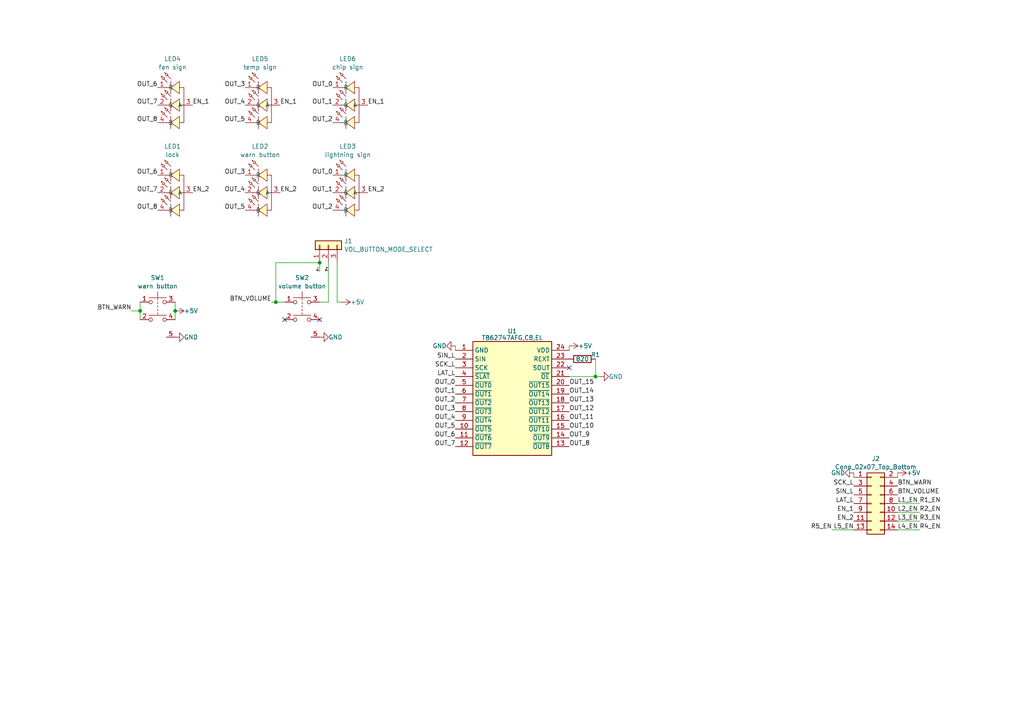
<source format=kicad_sch>
(kicad_sch (version 20230121) (generator eeschema)
  (paper "A4")
  (lib_symbols
    (symbol "C965848:XL-2012RGBC"
      (property "Reference" "LED" (at 0 10.16 0))
      (property "Value" "XL-2012RGBC" (at 0 -10.16 0))
      (symbol "XL-2012RGBC_0_1"
        (polyline (pts (xy -1.27 -5.08) (xy -2.54 -5.08)))
        (polyline (pts (xy -1.27 -3.3) (xy -1.27 -6.86)))
        (polyline (pts (xy -1.27 0) (xy -2.54 0)))
        (polyline (pts (xy -1.27 1.78) (xy -1.27 -1.78)))
        (polyline (pts (xy -1.27 5.08) (xy -2.54 5.08)))
        (polyline (pts (xy -1.27 6.86) (xy -1.27 3.3)))
        (polyline (pts (xy 2.54 -5.08) (xy 1.27 -5.08)))
        (polyline (pts (xy 2.54 0) (xy 1.27 0)))
        (polyline (pts (xy 2.54 5.08) (xy 1.27 5.08)))
        (polyline (pts (xy 2.54 5.08) (xy 2.54 -5.08)))
        (polyline (pts (xy -2.29 -3.56) (xy -3.3 -2.54) (xy -2.29 -3.56)) (fill (type background)))
        (polyline (pts (xy -2.29 1.52) (xy -3.3 2.54) (xy -2.29 1.52)) (fill (type background)))
        (polyline (pts (xy -2.29 6.6) (xy -3.3 7.62) (xy -2.29 6.6)) (fill (type background)))
        (polyline (pts (xy -1.27 -2.54) (xy -2.29 -1.52) (xy -1.27 -2.54)) (fill (type background)))
        (polyline (pts (xy -1.27 2.54) (xy -2.29 3.56) (xy -1.27 2.54)) (fill (type background)))
        (polyline (pts (xy -1.27 7.62) (xy -2.29 8.64) (xy -1.27 7.62)) (fill (type background)))
        (polyline (pts (xy -4.06 -1.78) (xy -3.05 -2.29) (xy -3.56 -2.79) (xy -4.06 -1.78)) (fill (type background)))
        (polyline (pts (xy -4.06 3.3) (xy -3.05 2.79) (xy -3.56 2.29) (xy -4.06 3.3)) (fill (type background)))
        (polyline (pts (xy -4.06 8.38) (xy -3.05 7.87) (xy -3.56 7.37) (xy -4.06 8.38)) (fill (type background)))
        (polyline (pts (xy -3.05 -0.76) (xy -2.03 -1.27) (xy -2.54 -1.78) (xy -3.05 -0.76)) (fill (type background)))
        (polyline (pts (xy -3.05 4.32) (xy -2.03 3.81) (xy -2.54 3.3) (xy -3.05 4.32)) (fill (type background)))
        (polyline (pts (xy -3.05 9.4) (xy -2.03 8.89) (xy -2.54 8.38) (xy -3.05 9.4)) (fill (type background)))
        (polyline (pts (xy 1.27 -3.3) (xy -1.27 -5.08) (xy 1.27 -6.86) (xy 1.27 -3.3)) (fill (type background)))
        (polyline (pts (xy 1.27 1.78) (xy -1.27 0) (xy 1.27 -1.78) (xy 1.27 1.78)) (fill (type background)))
        (polyline (pts (xy 1.27 6.86) (xy -1.27 5.08) (xy 1.27 3.3) (xy 1.27 6.86)) (fill (type background)))
      )
      (symbol "XL-2012RGBC_1_1"
        (pin power_out line (at -5.08 5.08 0) (length 2.54) (name "R") (number "1"))
        (pin power_out line (at -5.08 0 0) (length 2.54) (name "G") (number "2"))
        (pin power_in line (at 5.08 0 180) (length 2.54) (name "A") (number "3"))
        (pin power_out line (at -5.08 -5.08 0) (length 2.54) (name "B") (number "4"))
      )
    )
    (symbol "Connector_Generic:Conn_01x03" (pin_names (offset 1.016) hide)
      (property "Reference" "J" (at 0 5.08 0))
      (property "Value" "Conn_01x03" (at 0 -5.08 0))
      (symbol "Conn_01x03_1_1"
        (rectangle (start -1.27 -2.413) (end 0 -2.667) (stroke (width 0.1524)))
        (rectangle (start -1.27 0.127) (end 0 -0.127) (stroke (width 0.1524)))
        (rectangle (start -1.27 2.667) (end 0 2.413) (stroke (width 0.1524)))
        (rectangle (start -1.27 3.81) (end 1.27 -3.81) (stroke (width 0.254)) (fill (type background)))
        (pin passive line (at -5.08 2.54 0) (length 3.81) (name "Pin_1") (number "1"))
        (pin passive line (at -5.08 0 0) (length 3.81) (name "Pin_2") (number "2"))
        (pin passive line (at -5.08 -2.54 0) (length 3.81) (name "Pin_3") (number "3"))
      )
    )
    (symbol "Connector_Generic:Conn_02x07_Odd_Even" (pin_names (offset 1.016) hide)
      (property "Reference" "J" (at 1.27 10.16 0))
      (property "Value" "Conn_02x07_Odd_Even" (at 1.27 -10.16 0))
      (symbol "Conn_02x07_Odd_Even_1_1"
        (rectangle (start -1.27 -7.493) (end 0 -7.747) (stroke (width 0.1524)))
        (rectangle (start -1.27 -4.953) (end 0 -5.207) (stroke (width 0.1524)))
        (rectangle (start -1.27 -2.413) (end 0 -2.667) (stroke (width 0.1524)))
        (rectangle (start -1.27 0.127) (end 0 -0.127) (stroke (width 0.1524)))
        (rectangle (start -1.27 2.667) (end 0 2.413) (stroke (width 0.1524)))
        (rectangle (start -1.27 5.207) (end 0 4.953) (stroke (width 0.1524)))
        (rectangle (start -1.27 7.747) (end 0 7.493) (stroke (width 0.1524)))
        (rectangle (start -1.27 8.89) (end 3.81 -8.89) (stroke (width 0.254)) (fill (type background)))
        (rectangle (start 3.81 -7.493) (end 2.54 -7.747) (stroke (width 0.1524)))
        (rectangle (start 3.81 -4.953) (end 2.54 -5.207) (stroke (width 0.1524)))
        (rectangle (start 3.81 -2.413) (end 2.54 -2.667) (stroke (width 0.1524)))
        (rectangle (start 3.81 0.127) (end 2.54 -0.127) (stroke (width 0.1524)))
        (rectangle (start 3.81 2.667) (end 2.54 2.413) (stroke (width 0.1524)))
        (rectangle (start 3.81 5.207) (end 2.54 4.953) (stroke (width 0.1524)))
        (rectangle (start 3.81 7.747) (end 2.54 7.493) (stroke (width 0.1524)))
        (pin passive line (at -5.08 7.62 0) (length 3.81) (name "Pin_1") (number "1"))
        (pin passive line (at 7.62 -2.54 180) (length 3.81) (name "Pin_10") (number "10"))
        (pin passive line (at -5.08 -5.08 0) (length 3.81) (name "Pin_11") (number "11"))
        (pin passive line (at 7.62 -5.08 180) (length 3.81) (name "Pin_12") (number "12"))
        (pin passive line (at -5.08 -7.62 0) (length 3.81) (name "Pin_13") (number "13"))
        (pin passive line (at 7.62 -7.62 180) (length 3.81) (name "Pin_14") (number "14"))
        (pin passive line (at 7.62 7.62 180) (length 3.81) (name "Pin_2") (number "2"))
        (pin passive line (at -5.08 5.08 0) (length 3.81) (name "Pin_3") (number "3"))
        (pin passive line (at 7.62 5.08 180) (length 3.81) (name "Pin_4") (number "4"))
        (pin passive line (at -5.08 2.54 0) (length 3.81) (name "Pin_5") (number "5"))
        (pin passive line (at 7.62 2.54 180) (length 3.81) (name "Pin_6") (number "6"))
        (pin passive line (at -5.08 0 0) (length 3.81) (name "Pin_7") (number "7"))
        (pin passive line (at 7.62 0 180) (length 3.81) (name "Pin_8") (number "8"))
        (pin passive line (at -5.08 -2.54 0) (length 3.81) (name "Pin_9") (number "9"))
      )
    )
    (symbol "Device:R" (pin_numbers hide) (pin_names (offset 0))
      (property "Reference" "R" (at 2.032 0 90))
      (property "Value" "R" (at 0 0 90))
      (symbol "R_0_1"
        (rectangle (start -1.016 -2.54) (end 1.016 2.54) (stroke (width 0.254)))
      )
      (symbol "R_1_1"
        (pin passive line (at 0 3.81 270) (length 1.27) (name "~") (number "1"))
        (pin passive line (at 0 -3.81 90) (length 1.27) (name "~") (number "2"))
      )
    )
    (symbol "SW_Push_Dual_shield_1" (pin_names (offset 1.016) hide)
      (property "Reference" "SW" (at 1.27 2.54 0))
      (property "Value" "SW_Push_Dual_shield" (at 0 -6.858 0))
      (symbol "SW_Push_Dual_shield_1_0_1"
        (circle (center -2.032 -5.08) (radius 0.508))
        (circle (center -2.032 0) (radius 0.508))
        (polyline (pts (xy 0 -3.048) (xy 0 -3.556)))
        (polyline (pts (xy 0 -2.032) (xy 0 -2.54)))
        (polyline (pts (xy 0 -1.524) (xy 0 -1.016)))
        (polyline (pts (xy 0 -0.508) (xy 0 0)))
        (polyline (pts (xy 0 0.508) (xy 0 1.016)))
        (polyline (pts (xy 0 1.27) (xy 0 3.048)))
        (polyline (pts (xy 2.54 -3.81) (xy -2.54 -3.81)))
        (polyline (pts (xy 2.54 1.27) (xy -2.54 1.27)))
        (circle (center 2.032 -5.08) (radius 0.508))
        (circle (center 2.032 0) (radius 0.508))
        (pin passive line (at -5.08 0 0) (length 2.54) (name "1") (number "1"))
        (pin passive line (at 5.08 -5.08 180) (length 2.54) (name "4") (number "4"))
      )
      (symbol "SW_Push_Dual_shield_1_1_1"
        (pin passive line (at -5.08 -5.08 0) (length 2.54) (name "2") (number "2"))
        (pin passive line (at 5.08 0 180) (length 2.54) (name "3") (number "3"))
        (pin passive line (at 5.08 -10.16 180) (length 2.54) (name "SH") (number "5"))
      )
    )
    (symbol "TB62747AFG_C8_EL:TB62747AFG,C8,EL"
      (property "Reference" "IC" (at 29.21 7.62 0))
      (property "Value" "TB62747AFG,C8,EL" (at 29.21 5.08 0))
      (symbol "TB62747AFG,C8,EL_1_1"
        (rectangle (start 5.08 2.54) (end 27.94 -30.48) (stroke (width 0.254)) (fill (type background)))
        (pin passive line (at 0 0 0) (length 5.08) (name "GND") (number "1"))
        (pin passive line (at 0 -22.86 0) (length 5.08) (name "~{OUT5}") (number "10"))
        (pin passive line (at 0 -25.4 0) (length 5.08) (name "~{OUT6}") (number "11"))
        (pin passive line (at 0 -27.94 0) (length 5.08) (name "~{OUT7}") (number "12"))
        (pin passive line (at 33.02 -27.94 180) (length 5.08) (name "~{OUT8}") (number "13"))
        (pin passive line (at 33.02 -25.4 180) (length 5.08) (name "~{OUT9}") (number "14"))
        (pin passive line (at 33.02 -22.86 180) (length 5.08) (name "~{OUT10}") (number "15"))
        (pin passive line (at 33.02 -20.32 180) (length 5.08) (name "~{OUT11}") (number "16"))
        (pin passive line (at 33.02 -17.78 180) (length 5.08) (name "~{OUT12}") (number "17"))
        (pin passive line (at 33.02 -15.24 180) (length 5.08) (name "~{OUT13}") (number "18"))
        (pin passive line (at 33.02 -12.7 180) (length 5.08) (name "~{OUT14}") (number "19"))
        (pin passive line (at 0 -2.54 0) (length 5.08) (name "SIN") (number "2"))
        (pin passive line (at 33.02 -10.16 180) (length 5.08) (name "~{OUT15}") (number "20"))
        (pin passive line (at 33.02 -7.62 180) (length 5.08) (name "~{OE}") (number "21"))
        (pin passive line (at 33.02 -5.08 180) (length 5.08) (name "SOUT") (number "22"))
        (pin passive line (at 33.02 -2.54 180) (length 5.08) (name "REXT") (number "23"))
        (pin passive line (at 33.02 0 180) (length 5.08) (name "VDD") (number "24"))
        (pin passive line (at 0 -5.08 0) (length 5.08) (name "SCK") (number "3"))
        (pin passive line (at 0 -7.62 0) (length 5.08) (name "~{SLAT}") (number "4"))
        (pin passive line (at 0 -10.16 0) (length 5.08) (name "~{OUT0}") (number "5"))
        (pin passive line (at 0 -12.7 0) (length 5.08) (name "~{OUT1}") (number "6"))
        (pin passive line (at 0 -15.24 0) (length 5.08) (name "~{OUT2}") (number "7"))
        (pin passive line (at 0 -17.78 0) (length 5.08) (name "~{OUT3}") (number "8"))
        (pin passive line (at 0 -20.32 0) (length 5.08) (name "~{OUT4}") (number "9"))
      )
    )
    (symbol "button:SW_Push_Dual_shield" (pin_names (offset 1.016) hide)
      (property "Reference" "SW" (at 1.27 2.54 0))
      (property "Value" "SW_Push_Dual_shield" (at 0 -6.858 0))
      (symbol "SW_Push_Dual_shield_0_1"
        (circle (center -2.032 -5.08) (radius 0.508))
        (circle (center -2.032 0) (radius 0.508))
        (polyline (pts (xy 0 -3.048) (xy 0 -3.556)))
        (polyline (pts (xy 0 -2.032) (xy 0 -2.54)))
        (polyline (pts (xy 0 -1.524) (xy 0 -1.016)))
        (polyline (pts (xy 0 -0.508) (xy 0 0)))
        (polyline (pts (xy 0 0.508) (xy 0 1.016)))
        (polyline (pts (xy 0 1.27) (xy 0 3.048)))
        (polyline (pts (xy 2.54 -3.81) (xy -2.54 -3.81)))
        (polyline (pts (xy 2.54 1.27) (xy -2.54 1.27)))
        (circle (center 2.032 -5.08) (radius 0.508))
        (circle (center 2.032 0) (radius 0.508))
        (pin passive line (at -5.08 0 0) (length 2.54) (name "1") (number "1"))
        (pin passive line (at 5.08 -5.08 180) (length 2.54) (name "4") (number "4"))
      )
      (symbol "SW_Push_Dual_shield_1_1"
        (pin passive line (at -5.08 -5.08 0) (length 2.54) (name "2") (number "2"))
        (pin passive line (at 5.08 0 180) (length 2.54) (name "3") (number "3"))
        (pin passive line (at 5.08 -10.16 180) (length 2.54) (name "SH") (number "5"))
      )
    )
    (symbol "power:+5V" (power) (pin_names (offset 0))
      (property "Value" "+5V" (at 0 3.556 0))
      (symbol "+5V_0_1"
        (polyline (pts (xy -0.762 1.27) (xy 0 2.54)))
        (polyline (pts (xy 0 0) (xy 0 2.54)))
        (polyline (pts (xy 0 2.54) (xy 0.762 1.27)))
      )
      (symbol "+5V_1_1"
        (pin power_in line (at 0 0 90) (length 0) hide (name "+5V") (number "1"))
      )
    )
    (symbol "power:GND" (power) (pin_names (offset 0))
      (property "Value" "GND" (at 0 -3.81 0))
      (symbol "GND_0_1"
        (polyline (pts (xy 0 0) (xy 0 -1.27) (xy 1.27 -1.27) (xy 0 -2.54) (xy -1.27 -1.27) (xy 0 -1.27)))
      )
      (symbol "GND_1_1"
        (pin power_in line (at 0 0 270) (length 0) hide (name "GND") (number "1"))
      )
    )
  )
  (junction (at 40.64 90.17))
  (junction (at 50.8 90.17))
  (junction (at 80.01 87.63))
  (junction (at 92.71 76.2))
  (junction (at 172.72 109.22))
  (no_connect (at 165.1 106.68))
  (no_connect (at 92.71 92.71))
  (no_connect (at 82.55 92.71))
  (wire (pts (xy 260.35 148.59) (xy 266.7 148.59)))
  (wire (pts (xy 80.01 87.63) (xy 82.55 87.63)))
  (wire (pts (xy 97.79 87.63) (xy 99.06 87.63)))
  (wire (pts (xy 132.08 100.33) (xy 132.08 101.6)))
  (wire (pts (xy 172.72 109.22) (xy 165.1 109.22)))
  (wire (pts (xy 50.8 87.63) (xy 50.8 90.17)))
  (wire (pts (xy 95.25 87.63) (xy 92.71 87.63)))
  (wire (pts (xy 172.72 104.14) (xy 172.72 109.22)))
  (wire (pts (xy 38.1 90.17) (xy 40.64 90.17)))
  (wire (pts (xy 260.35 151.13) (xy 266.7 151.13)))
  (wire (pts (xy 50.8 90.17) (xy 50.8 92.71)))
  (wire (pts (xy 78.74 87.63) (xy 80.01 87.63)))
  (wire (pts (xy 260.35 137.16) (xy 260.35 138.43)))
  (wire (pts (xy 80.01 76.2) (xy 80.01 87.63)))
  (wire (pts (xy 80.01 76.2) (xy 92.71 76.2)))
  (wire (pts (xy 40.64 87.63) (xy 40.64 90.17)))
  (wire (pts (xy 97.79 76.2) (xy 97.79 87.63)))
  (wire (pts (xy 241.3 153.67) (xy 247.65 153.67)))
  (wire (pts (xy 165.1 100.33) (xy 165.1 101.6)))
  (wire (pts (xy 173.99 109.22) (xy 172.72 109.22)))
  (wire (pts (xy 92.71 78.74) (xy 92.71 76.2)))
  (wire (pts (xy 40.64 90.17) (xy 40.64 92.71)))
  (wire (pts (xy 260.35 146.05) (xy 266.7 146.05)))
  (wire (pts (xy 95.25 76.2) (xy 95.25 87.63)))
  (wire (pts (xy 260.35 153.67) (xy 266.7 153.67)))
  (wire (pts (xy 247.65 137.16) (xy 247.65 138.43)))
  (label "SIN_L" (at 132.08 104.14 180))
  (label "OUT_2" (at 96.52 35.56 180))
  (label "OUT_1" (at 96.52 30.48 180))
  (label "OUT_3" (at 71.12 25.4 180))
  (label "OUT_1" (at 132.08 114.3 180))
  (label "LAT_L" (at 132.08 109.22 180))
  (label "OUT_13" (at 165.1 116.84 0))
  (label "OUT_2" (at 96.52 60.96 180))
  (label "OUT_4" (at 71.12 30.48 180))
  (label "OUT_9" (at 165.1 127 0))
  (label "EN_1" (at 55.88 30.48 0))
  (label "OUT_14" (at 165.1 114.3 0))
  (label "OUT_8" (at 45.72 60.96 180))
  (label "EN_1" (at 247.65 148.59 180))
  (label "SCK_L" (at 247.65 140.97 180))
  (label "OUT_7" (at 45.72 55.88 180))
  (label "OUT_7" (at 132.08 129.54 180))
  (label "OUT_5" (at 71.12 60.96 180))
  (label "OUT_0" (at 96.52 50.8 180))
  (label "OUT_1" (at 96.52 55.88 180))
  (label "SCK_L" (at 132.08 106.68 180))
  (label "R4_EN" (at 266.7 153.67 0))
  (label "EN_2" (at 106.68 55.88 0))
  (label "R3_EN" (at 266.7 151.13 0))
  (label "R2_EN" (at 266.7 148.59 0))
  (label "P+" (at 95.25 78.74 90) (effects (font (size 0.6 0.6))))
  (label "OUT_6" (at 45.72 50.8 180))
  (label "OUT_6" (at 132.08 127 180))
  (label "R5_EN" (at 241.3 153.67 180))
  (label "OUT_3" (at 132.08 119.38 180))
  (label "BTN_VOLUME" (at 78.74 87.63 180))
  (label "R1_EN" (at 266.7 146.05 0))
  (label "OUT_4" (at 132.08 121.92 180))
  (label "BTN_WARN" (at 38.1 90.17 180))
  (label "OUT_8" (at 45.72 35.56 180))
  (label "OUT_12" (at 165.1 119.38 0))
  (label "EN_2" (at 81.28 55.88 0))
  (label "P-" (at 92.71 78.74 90) (effects (font (size 0.6 0.6))))
  (label "OUT_0" (at 96.52 25.4 180))
  (label "L5_EN" (at 247.65 153.67 180))
  (label "OUT_10" (at 165.1 124.46 0))
  (label "BTN_VOLUME" (at 260.35 143.51 0))
  (label "L3_EN" (at 260.35 151.13 0))
  (label "OUT_5" (at 71.12 35.56 180))
  (label "OUT_5" (at 132.08 124.46 180))
  (label "OUT_0" (at 132.08 111.76 180))
  (label "OUT_8" (at 165.1 129.54 0))
  (label "OUT_2" (at 132.08 116.84 180))
  (label "BTN_WARN" (at 260.35 140.97 0))
  (label "L2_EN" (at 260.35 148.59 0))
  (label "EN_1" (at 81.28 30.48 0))
  (label "OUT_3" (at 71.12 50.8 180))
  (label "EN_2" (at 55.88 55.88 0))
  (label "OUT_6" (at 45.72 25.4 180))
  (label "SIN_L" (at 247.65 143.51 180))
  (label "LAT_L" (at 247.65 146.05 180))
  (label "EN_1" (at 106.68 30.48 0))
  (label "OUT_4" (at 71.12 55.88 180))
  (label "OUT_15" (at 165.1 111.76 0))
  (label "OUT_7" (at 45.72 30.48 180))
  (label "OUT_11" (at 165.1 121.92 0))
  (label "EN_2" (at 247.65 151.13 180))
  (label "L1_EN" (at 260.35 146.05 0))
  (label "L4_EN" (at 260.35 153.67 0))
  (symbol (lib_id "power:GND") (at 92.71 97.79 90) (unit 1)
    (property "Reference" "#PWR05" (effects hide))
    (property "Value" "GND" (at 95.25 97.79 90) (effects (justify right)))
  )
  (symbol (lib_id "power:+5V") (at 50.8 90.17 270) (unit 1)
    (property "Reference" "#PWR08" (effects hide))
    (property "Value" "+5V" (at 53.34 90.17 90) (effects (justify left)))
  )
  (symbol (lib_name "SW_Push_Dual_shield_1") (lib_id "button:SW_Push_Dual_shield") (at 87.63 87.63 0) (unit 1)
    (property "Reference" "SW2" (at 87.63 80.5647 0))
    (property "Value" "volume button" (at 87.63 82.9889 0))
    (property "Footprint" "button:button" (effects hide))
  )
  (symbol (lib_id "power:GND") (at 173.99 109.22 90) (unit 1)
    (property "Reference" "#PWR06" (effects hide))
    (property "Value" "GND" (at 176.53 109.22 90) (effects (justify right)))
  )
  (symbol (lib_id "C965848:XL-2012RGBC") (at 50.8 55.88 0) (unit 1)
    (property "Reference" "LED1" (at 50.04 42.4627 0))
    (property "Value" "lock" (at 50.04 44.8869 0))
    (property "Footprint" "footprints:LED RGB XINGLIGHT XL-2012RGBC 0805" (effects hide))
    (property "Manufacturer" "XINGLIGHT(成兴光)" (effects hide))
    (property "LCSC Part" "C965848" (effects hide))
    (property "JLC Part" "Extended Part" (effects hide))
  )
  (symbol (lib_id "power:GND") (at 247.65 137.16 270) (unit 1)
    (property "Reference" "#PWR02" (effects hide))
    (property "Value" "GND" (at 245.11 137.16 90) (effects (justify right)))
  )
  (symbol (lib_id "TB62747AFG_C8_EL:TB62747AFG,C8,EL") (at 132.08 101.6 0) (unit 1)
    (property "Reference" "U1" (at 148.59 96.0501 0))
    (property "Value" "TB62747AFG,C8,EL" (at 148.59 97.9711 0))
    (property "Footprint" "TB62747AFG:SOP100P800X190-24N" (effects hide))
    (property "Datasheet" "https://www.arrow.com/en/products/tb62747afg-oc8el/toshiba" (effects hide))
    (property "Height" "1.9" (effects hide))
    (property "Mouser Part Number" "757-TB62747AFG,C8,EL" (effects hide))
    (property "Mouser Price/Stock" "https://www.mouser.co.uk/ProductDetail/Toshiba/TB62747AFGC8EL?qs=W%2FMpXkg%252BdQ5HSt5SF9PDuQ%3D%3D" (effects hide))
    (property "Manufacturer_Name" "Toshiba" (effects hide))
    (property "Manufacturer_Part_Number" "TB62747AFG,C8,EL" (effects hide))
  )
  (symbol (lib_id "power:+5V") (at 165.1 100.33 270) (unit 1)
    (property "Reference" "#PWR03" (effects hide))
    (property "Value" "+5V" (at 167.64 100.33 90) (effects (justify left)))
  )
  (symbol (lib_id "power:+5V") (at 99.06 87.63 270) (unit 1)
    (property "Reference" "#PWR09" (effects hide))
    (property "Value" "+5V" (at 101.6 87.63 90) (effects (justify left)))
  )
  (symbol (lib_id "power:GND") (at 50.8 97.79 90) (unit 1)
    (property "Reference" "#PWR07" (effects hide))
    (property "Value" "GND" (at 53.34 97.79 90) (effects (justify right)))
  )
  (symbol (lib_id "C965848:XL-2012RGBC") (at 101.6 55.88 0) (unit 1)
    (property "Reference" "LED3" (at 100.84 42.4627 0))
    (property "Value" "lightning sign" (at 100.84 44.8869 0))
    (property "Footprint" "footprints:LED RGB XINGLIGHT XL-2012RGBC 0805" (effects hide))
    (property "Manufacturer" "XINGLIGHT(成兴光)" (effects hide))
    (property "LCSC Part" "C965848" (effects hide))
    (property "JLC Part" "Extended Part" (effects hide))
  )
  (symbol (lib_id "button:SW_Push_Dual_shield") (at 45.72 87.63 0) (unit 1)
    (property "Reference" "SW1" (at 45.72 80.5647 0))
    (property "Value" "warn button" (at 45.72 82.9889 0))
    (property "Footprint" "button:button" (effects hide))
  )
  (symbol (lib_id "Connector_Generic:Conn_01x03") (at 95.25 71.12 90) (unit 1)
    (property "Reference" "J1" (at 99.822 69.9079 90) (effects (justify right)))
    (property "Value" "VOL_BUTTON_MODE_SELECT" (at 99.822 72.3321 90) (effects (justify right)))
    (property "Footprint" "Connector_PinHeader_2.54mm:PinHeader_1x03_P2.54mm_Vertical" (effects hide))
  )
  (symbol (lib_id "C965848:XL-2012RGBC") (at 76.2 55.88 0) (unit 1)
    (property "Reference" "LED2" (at 75.44 42.4627 0))
    (property "Value" "warn button" (at 75.44 44.8869 0))
    (property "Footprint" "footprints:LED RGB XINGLIGHT XL-2012RGBC 0805" (effects hide))
    (property "Manufacturer" "XINGLIGHT(成兴光)" (effects hide))
    (property "LCSC Part" "C965848" (effects hide))
    (property "JLC Part" "Extended Part" (effects hide))
  )
  (symbol (lib_id "C965848:XL-2012RGBC") (at 50.8 30.48 0) (unit 1)
    (property "Reference" "LED4" (at 50.04 17.0627 0))
    (property "Value" "fan sign" (at 50.04 19.4869 0))
    (property "Footprint" "footprints:LED RGB XINGLIGHT XL-2012RGBC 0805" (effects hide))
    (property "Manufacturer" "XINGLIGHT(成兴光)" (effects hide))
    (property "LCSC Part" "C965848" (effects hide))
    (property "JLC Part" "Extended Part" (effects hide))
  )
  (symbol (lib_id "C965848:XL-2012RGBC") (at 101.6 30.48 0) (unit 1)
    (property "Reference" "LED6" (at 100.84 17.0627 0))
    (property "Value" "chip sign" (at 100.84 19.4869 0))
    (property "Footprint" "footprints:LED RGB XINGLIGHT XL-2012RGBC 0805" (effects hide))
    (property "Manufacturer" "XINGLIGHT(成兴光)" (effects hide))
    (property "LCSC Part" "C965848" (effects hide))
    (property "JLC Part" "Extended Part" (effects hide))
  )
  (symbol (lib_id "power:GND") (at 132.08 100.33 270) (unit 1)
    (property "Reference" "#PWR01" (effects hide))
    (property "Value" "GND" (at 129.54 100.33 90) (effects (justify right)))
  )
  (symbol (lib_id "power:+5V") (at 260.35 137.16 270) (unit 1)
    (property "Reference" "#PWR04" (effects hide))
    (property "Value" "+5V" (at 262.89 137.16 90) (effects (justify left)))
  )
  (symbol (lib_id "C965848:XL-2012RGBC") (at 76.2 30.48 0) (unit 1)
    (property "Reference" "LED5" (at 75.44 17.0627 0))
    (property "Value" "temp sign" (at 75.44 19.4869 0))
    (property "Footprint" "footprints:LED RGB XINGLIGHT XL-2012RGBC 0805" (effects hide))
    (property "Manufacturer" "XINGLIGHT(成兴光)" (effects hide))
    (property "LCSC Part" "C965848" (effects hide))
    (property "JLC Part" "Extended Part" (effects hide))
  )
  (symbol (lib_id "Connector_Generic:Conn_02x07_Odd_Even") (at 252.73 146.05 0) (unit 1)
    (property "Reference" "J2" (at 254 133.0157 0))
    (property "Value" "Conn_02x07_Top_Bottom" (at 254 135.4399 0))
    (property "Footprint" "Connector_PinHeader_2.00mm:PinHeader_2x07_P2.00mm_Vertical_SMD" (effects hide))
  )
  (symbol (lib_id "Device:R") (at 168.91 104.14 270) (unit 1)
    (property "Reference" "R1" (at 172.72 102.87 90))
    (property "Value" "820" (at 168.91 104.14 90))
    (property "Footprint" "Resistor_SMD:R_0603_1608Metric" (effects hide))
  )
)
</source>
